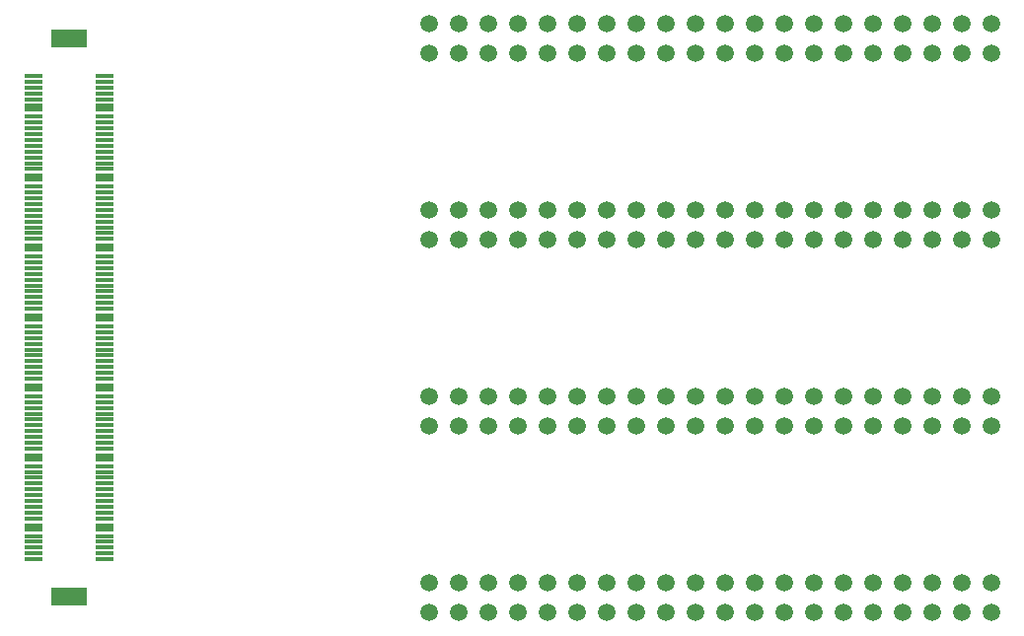
<source format=gbr>
%TF.GenerationSoftware,KiCad,Pcbnew,(5.1.5-0-10_14)*%
%TF.CreationDate,2020-01-28T13:49:23+01:00*%
%TF.ProjectId,multiblade_adapter,6d756c74-6962-46c6-9164-655f61646170,rev?*%
%TF.SameCoordinates,Original*%
%TF.FileFunction,Soldermask,Bot*%
%TF.FilePolarity,Negative*%
%FSLAX46Y46*%
G04 Gerber Fmt 4.6, Leading zero omitted, Abs format (unit mm)*
G04 Created by KiCad (PCBNEW (5.1.5-0-10_14)) date 2020-01-28 13:49:23*
%MOMM*%
%LPD*%
G04 APERTURE LIST*
%ADD10R,3.100000X1.600000*%
%ADD11R,1.600000X0.700000*%
%ADD12R,1.600000X0.300000*%
%ADD13C,1.500000*%
G04 APERTURE END LIST*
D10*
X30000000Y-106050000D03*
X30000000Y-153950000D03*
D11*
X26950000Y-112000000D03*
X33050000Y-112000000D03*
X26950000Y-118000000D03*
X33050000Y-118000000D03*
X26950000Y-124000000D03*
X33050000Y-124000000D03*
X26950000Y-130000000D03*
X33050000Y-130000000D03*
X26950000Y-136000000D03*
X33050000Y-136000000D03*
X26950000Y-142000000D03*
X33050000Y-142000000D03*
X26950000Y-148000000D03*
X33050000Y-148000000D03*
D12*
X33050000Y-109250000D03*
X33050000Y-109750000D03*
X33050000Y-110250000D03*
X33050000Y-110750000D03*
X33050000Y-111250000D03*
X26950000Y-109250000D03*
X26950000Y-109750000D03*
X26950000Y-110250000D03*
X26950000Y-110750000D03*
X26950000Y-111250000D03*
X33050000Y-112750000D03*
X33050000Y-113250000D03*
X33050000Y-113750000D03*
X33050000Y-114250000D03*
X33050000Y-114750000D03*
X33050000Y-115250000D03*
X33050000Y-115750000D03*
X33050000Y-116250000D03*
X33050000Y-116750000D03*
X33050000Y-117250000D03*
X26950000Y-112750000D03*
X26950000Y-113250000D03*
X26950000Y-113750000D03*
X26950000Y-114250000D03*
X26950000Y-114750000D03*
X26950000Y-115250000D03*
X26950000Y-115750000D03*
X26950000Y-116250000D03*
X26950000Y-116750000D03*
X26950000Y-117250000D03*
X33050000Y-118750000D03*
X33050000Y-119250000D03*
X33050000Y-119750000D03*
X33050000Y-120250000D03*
X33050000Y-120750000D03*
X33050000Y-121250000D03*
X33050000Y-121750000D03*
X33050000Y-122250000D03*
X33050000Y-122750000D03*
X33050000Y-123250000D03*
X26950000Y-118750000D03*
X26950000Y-119250000D03*
X26950000Y-119750000D03*
X26950000Y-120250000D03*
X26950000Y-120750000D03*
X26950000Y-121250000D03*
X26950000Y-121750000D03*
X26950000Y-122250000D03*
X26950000Y-122750000D03*
X26950000Y-123250000D03*
X33050000Y-124750000D03*
X33050000Y-125250000D03*
X33050000Y-125750000D03*
X33050000Y-126250000D03*
X33050000Y-126750000D03*
X33050000Y-127250000D03*
X33050000Y-127750000D03*
X33050000Y-128250000D03*
X33050000Y-128750000D03*
X33050000Y-129250000D03*
X26950000Y-124750000D03*
X26950000Y-125250000D03*
X26950000Y-125750000D03*
X26950000Y-126250000D03*
X26950000Y-126750000D03*
X26950000Y-127250000D03*
X26950000Y-127750000D03*
X26950000Y-128250000D03*
X26950000Y-128750000D03*
X26950000Y-129250000D03*
X33050000Y-130750000D03*
X33050000Y-131250000D03*
X33050000Y-131750000D03*
X33050000Y-132250000D03*
X33050000Y-132750000D03*
X33050000Y-133250000D03*
X33050000Y-133750000D03*
X33050000Y-134250000D03*
X33050000Y-134750000D03*
X33050000Y-135250000D03*
X26950000Y-130750000D03*
X26950000Y-131250000D03*
X26950000Y-131750000D03*
X26950000Y-132250000D03*
X26950000Y-132750000D03*
X26950000Y-133250000D03*
X26950000Y-133750000D03*
X26950000Y-134250000D03*
X26950000Y-134750000D03*
X26950000Y-135250000D03*
X33050000Y-136750000D03*
X33050000Y-137250000D03*
X33050000Y-137750000D03*
X33050000Y-138250000D03*
X33050000Y-138750000D03*
X33050000Y-139250000D03*
X33050000Y-139750000D03*
X33050000Y-140250000D03*
X33050000Y-140750000D03*
X33050000Y-141250000D03*
X26950000Y-136750000D03*
X26950000Y-137250000D03*
X26950000Y-137750000D03*
X26950000Y-138250000D03*
X26950000Y-138750000D03*
X26950000Y-139250000D03*
X26950000Y-139750000D03*
X26950000Y-140250000D03*
X26950000Y-140750000D03*
X26950000Y-141250000D03*
X33050000Y-142750000D03*
X33050000Y-143250000D03*
X33050000Y-143750000D03*
X33050000Y-144250000D03*
X33050000Y-144750000D03*
X33050000Y-145250000D03*
X33050000Y-145750000D03*
X33050000Y-146250000D03*
X33050000Y-146750000D03*
X33050000Y-147250000D03*
X26950000Y-142750000D03*
X26950000Y-143250000D03*
X26950000Y-143750000D03*
X26950000Y-144250000D03*
X26950000Y-144750000D03*
X26950000Y-145250000D03*
X26950000Y-145750000D03*
X26950000Y-146250000D03*
X26950000Y-146750000D03*
X26950000Y-147250000D03*
X33050000Y-148750000D03*
X33050000Y-149250000D03*
X33050000Y-149750000D03*
X33050000Y-150250000D03*
X33050000Y-150750000D03*
X26950000Y-148750000D03*
X26950000Y-149250000D03*
X26950000Y-149750000D03*
X26950000Y-150250000D03*
X26950000Y-150750000D03*
D13*
X109110000Y-107290000D03*
X109110000Y-104750000D03*
X106570000Y-107290000D03*
X106570000Y-104750000D03*
X104030000Y-107290000D03*
X104030000Y-104750000D03*
X101490000Y-107290000D03*
X101490000Y-104750000D03*
X98950000Y-107290000D03*
X98950000Y-104750000D03*
X96410000Y-107290000D03*
X96410000Y-104750000D03*
X93870000Y-107290000D03*
X93870000Y-104750000D03*
X91330000Y-107290000D03*
X91330000Y-104750000D03*
X88790000Y-107290000D03*
X88790000Y-104750000D03*
X86250000Y-107290000D03*
X86250000Y-104750000D03*
X83710000Y-107290000D03*
X83710000Y-104750000D03*
X81170000Y-107290000D03*
X81170000Y-104750000D03*
X78630000Y-107290000D03*
X78630000Y-104750000D03*
X76090000Y-107290000D03*
X76090000Y-104750000D03*
X73550000Y-107290000D03*
X73550000Y-104750000D03*
X71010000Y-107290000D03*
X71010000Y-104750000D03*
X68470000Y-107290000D03*
X68470000Y-104750000D03*
X65930000Y-107290000D03*
X65930000Y-104750000D03*
X63390000Y-107290000D03*
X63390000Y-104750000D03*
X60850000Y-107290000D03*
X60850000Y-104750000D03*
X109110000Y-123290000D03*
X109110000Y-120750000D03*
X106570000Y-123290000D03*
X106570000Y-120750000D03*
X104030000Y-123290000D03*
X104030000Y-120750000D03*
X101490000Y-123290000D03*
X101490000Y-120750000D03*
X98950000Y-123290000D03*
X98950000Y-120750000D03*
X96410000Y-123290000D03*
X96410000Y-120750000D03*
X93870000Y-123290000D03*
X93870000Y-120750000D03*
X91330000Y-123290000D03*
X91330000Y-120750000D03*
X88790000Y-123290000D03*
X88790000Y-120750000D03*
X86250000Y-123290000D03*
X86250000Y-120750000D03*
X83710000Y-123290000D03*
X83710000Y-120750000D03*
X81170000Y-123290000D03*
X81170000Y-120750000D03*
X78630000Y-123290000D03*
X78630000Y-120750000D03*
X76090000Y-123290000D03*
X76090000Y-120750000D03*
X73550000Y-123290000D03*
X73550000Y-120750000D03*
X71010000Y-123290000D03*
X71010000Y-120750000D03*
X68470000Y-123290000D03*
X68470000Y-120750000D03*
X65930000Y-123290000D03*
X65930000Y-120750000D03*
X63390000Y-123290000D03*
X63390000Y-120750000D03*
X60850000Y-123290000D03*
X60850000Y-120750000D03*
X109110000Y-139290000D03*
X109110000Y-136750000D03*
X106570000Y-139290000D03*
X106570000Y-136750000D03*
X104030000Y-139290000D03*
X104030000Y-136750000D03*
X101490000Y-139290000D03*
X101490000Y-136750000D03*
X98950000Y-139290000D03*
X98950000Y-136750000D03*
X96410000Y-139290000D03*
X96410000Y-136750000D03*
X93870000Y-139290000D03*
X93870000Y-136750000D03*
X91330000Y-139290000D03*
X91330000Y-136750000D03*
X88790000Y-139290000D03*
X88790000Y-136750000D03*
X86250000Y-139290000D03*
X86250000Y-136750000D03*
X83710000Y-139290000D03*
X83710000Y-136750000D03*
X81170000Y-139290000D03*
X81170000Y-136750000D03*
X78630000Y-139290000D03*
X78630000Y-136750000D03*
X76090000Y-139290000D03*
X76090000Y-136750000D03*
X73550000Y-139290000D03*
X73550000Y-136750000D03*
X71010000Y-139290000D03*
X71010000Y-136750000D03*
X68470000Y-139290000D03*
X68470000Y-136750000D03*
X65930000Y-139290000D03*
X65930000Y-136750000D03*
X63390000Y-139290000D03*
X63390000Y-136750000D03*
X60850000Y-139290000D03*
X60850000Y-136750000D03*
X109110000Y-155290000D03*
X109110000Y-152750000D03*
X106570000Y-155290000D03*
X106570000Y-152750000D03*
X104030000Y-155290000D03*
X104030000Y-152750000D03*
X101490000Y-155290000D03*
X101490000Y-152750000D03*
X98950000Y-155290000D03*
X98950000Y-152750000D03*
X96410000Y-155290000D03*
X96410000Y-152750000D03*
X93870000Y-155290000D03*
X93870000Y-152750000D03*
X91330000Y-155290000D03*
X91330000Y-152750000D03*
X88790000Y-155290000D03*
X88790000Y-152750000D03*
X86250000Y-155290000D03*
X86250000Y-152750000D03*
X83710000Y-155290000D03*
X83710000Y-152750000D03*
X81170000Y-155290000D03*
X81170000Y-152750000D03*
X78630000Y-155290000D03*
X78630000Y-152750000D03*
X76090000Y-155290000D03*
X76090000Y-152750000D03*
X73550000Y-155290000D03*
X73550000Y-152750000D03*
X71010000Y-155290000D03*
X71010000Y-152750000D03*
X68470000Y-155290000D03*
X68470000Y-152750000D03*
X65930000Y-155290000D03*
X65930000Y-152750000D03*
X63390000Y-155290000D03*
X63390000Y-152750000D03*
X60850000Y-155290000D03*
X60850000Y-152750000D03*
M02*

</source>
